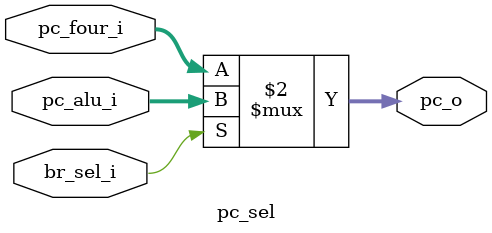
<source format=sv>
module pc_sel(
    // input
    input logic [31:0] pc_alu_i ,
    input logic [31:0] pc_four_i ,
    input logic br_sel_i ,

    // output
    output logic [31:0] pc_o 
);
    assign pc_o = (br_sel_i == '0) ? pc_four_i : pc_alu_i ;
endmodule : pc_sel

</source>
